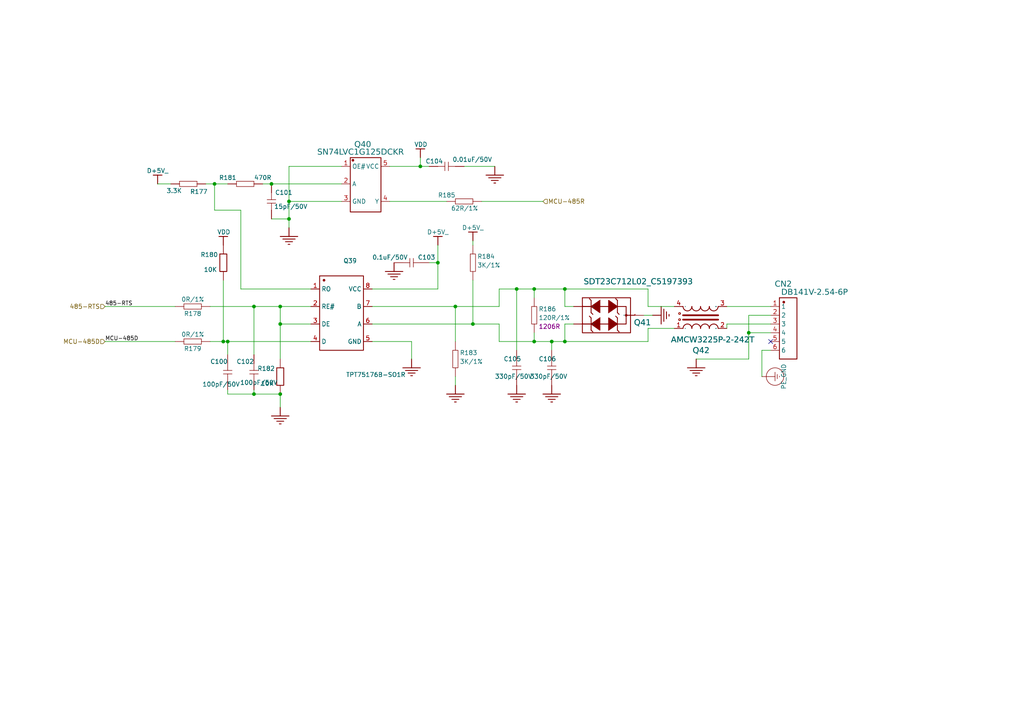
<source format=kicad_sch>
(kicad_sch (version 20250114) (generator "eeschema") (generator_version "9.0")
  (paper "A4")
  (lib_symbols
    (symbol "power:Earth_Protective" (power) (pin_numbers (hide yes)) (pin_names (offset 0) (hide yes))
      (property "Value" "Earth_Protective" (at 0 -7.62 0))
      (symbol "Earth_Protective_0_1"
        (polyline (pts (xy -0.635 -4.445) (xy 0.635 -4.445)))
        (polyline (pts (xy -0.127 -5.08) (xy 0.127 -5.08)))
        (polyline (pts (xy 0 -3.81) (xy 0 0)))
        (circle (center 0 -3.81) (radius 2.54))
        (polyline (pts (xy 1.27 -3.81) (xy -1.27 -3.81)))
      )
      (symbol "Earth_Protective_1_1"
        (pin power_in line (at 0 0 270) (length 0) (name "~") (number "1"))
      )
    )
    (symbol "sheet1-altium-import:AGND" (power)
      (property "Reference" "#PWR" (at 0 0 0))
      (property "Value" "GND" (at 0 6.35 0))
      (symbol "AGND_0_0"
        (polyline (pts (xy -2.54 -2.54) (xy 2.54 -2.54)) (stroke (width 0.254)))
        (polyline (pts (xy -1.778 -3.302) (xy 1.778 -3.302)) (stroke (width 0.254)))
        (polyline (pts (xy -1.016 -4.064) (xy 1.016 -4.064)) (stroke (width 0.254)))
        (polyline (pts (xy -0.254 -4.826) (xy 0.254 -4.826)) (stroke (width 0.254)))
        (polyline (pts (xy 0 0) (xy 0 -2.54)) (stroke (width 0.254)))
        (pin power_in line (at 0 0 0) (length 0) (hide yes) (name "AGND") (number ""))
      )
    )
    (symbol "sheet1-altium-import:AMCW3225P-2-242T"
      (property "Reference" "U4" (at -1.4986 9.7663 0))
      (property "Value" "AMCW3225P-2-242T" (at -1.4986 7.5565 0))
      (symbol "AMCW3225P-2-242T_0_0"
        (circle (center -6.096 0) (radius 0.254) (stroke (width 0.254)) (fill (type background)))
        (circle (center -6.096 -1.778) (radius 0.254) (stroke (width 0.254)) (fill (type background)))
        (polyline (pts (xy -5.08 0) (xy 5.08 0)) (stroke (width 0.508)))
        (polyline (pts (xy -5.08 -1.27) (xy 5.08 -1.27)) (stroke (width 0.508)))
        (arc (start -2.54 2.54) (mid -3.81 1.27) (end -5.08 2.54) (stroke (width 0.254)))
        (arc (start -5.08 -3.81) (mid -3.81 -2.54) (end -2.54 -3.81) (stroke (width 0.254)))
        (arc (start 0 2.54) (mid -1.27 1.27) (end -2.54 2.54) (stroke (width 0.254)))
        (arc (start -2.54 -3.81) (mid -1.27 -2.54) (end 0 -3.81) (stroke (width 0.254)))
        (arc (start 2.54 2.54) (mid 1.27 1.27) (end 0 2.54) (stroke (width 0.254)))
        (arc (start 0 -3.81) (mid 1.27 -2.54) (end 2.54 -3.81) (stroke (width 0.254)))
        (arc (start 5.08 2.54) (mid 3.81 1.27) (end 2.54 2.54) (stroke (width 0.254)))
        (arc (start 2.54 -3.81) (mid 3.81 -2.54) (end 5.08 -3.81) (stroke (width 0.254)))
        (pin passive line (at -7.62 2.54 0) (length 2.54) (name "1") (number "1"))
        (pin passive line (at -7.62 -3.81 0) (length 2.54) (name "4") (number "4"))
        (pin passive line (at 7.62 2.54 180) (length 2.54) (name "2") (number "2"))
        (pin passive line (at 7.62 -3.81 180) (length 2.54) (name "3") (number "3"))
      )
    )
    (symbol "sheet1-altium-import:CAP" (pin_numbers (hide yes)) (pin_names (hide yes))
      (property "Reference" "C27" (at 0 -8.89 90))
      (property "Value" "1uF/16V" (at 0 -1.27 90))
      (symbol "CAP_1_0"
        (polyline (pts (xy 1.27 -2.032) (xy 3.81 -2.032)))
        (polyline (pts (xy 1.27 -3.048) (xy 3.81 -3.048)))
        (polyline (pts (xy 2.54 0) (xy 2.54 -2.032)))
        (polyline (pts (xy 2.54 -3.048) (xy 2.54 -5.08)))
        (pin passive line (at 2.54 2.54 270) (length 2.54) (name "2") (number "2"))
        (pin passive line (at 2.54 -7.62 90) (length 2.54) (name "1") (number "1"))
      )
    )
    (symbol "sheet1-altium-import:CAP_1" (pin_numbers (hide yes)) (pin_names (hide yes))
      (property "Reference" "C33" (at 0 -5.08 0))
      (property "Value" "330pF/50V" (at 0 -2.54 0))
      (symbol "CAP_1_1_0"
        (polyline (pts (xy 1.27 -2.032) (xy 3.81 -2.032)))
        (polyline (pts (xy 1.27 -3.048) (xy 3.81 -3.048)))
        (polyline (pts (xy 2.54 0) (xy 2.54 -2.032)))
        (polyline (pts (xy 2.54 -3.048) (xy 2.54 -5.08)))
        (pin passive line (at 2.54 2.54 270) (length 2.54) (name "2") (number "2"))
        (pin passive line (at 2.54 -7.62 90) (length 2.54) (name "1") (number "1"))
      )
    )
    (symbol "sheet1-altium-import:CAP_2" (pin_numbers (hide yes)) (pin_names (hide yes))
      (property "Reference" "C71" (at 1.27 -5.08 0))
      (property "Value" "0.1uF/50V" (at 1.27 -2.54 0))
      (symbol "CAP_2_1_0"
        (polyline (pts (xy 1.27 -2.032) (xy 3.81 -2.032)))
        (polyline (pts (xy 1.27 -3.048) (xy 3.81 -3.048)))
        (polyline (pts (xy 2.54 0) (xy 2.54 -2.032)))
        (polyline (pts (xy 2.54 -3.048) (xy 2.54 -5.08)))
        (pin passive line (at 2.54 2.54 270) (length 2.54) (name "2") (number "2"))
        (pin passive line (at 2.54 -7.62 90) (length 2.54) (name "1") (number "1"))
      )
    )
    (symbol "sheet1-altium-import:D+5V" (power)
      (property "Reference" "#PWR" (at 0 0 0))
      (property "Value" "D+5V" (at 0 3.81 0))
      (symbol "D+5V_0_0"
        (polyline (pts (xy -1.27 -2.54) (xy 1.27 -2.54)) (stroke (width 0.254)))
        (polyline (pts (xy 0 0) (xy 0 -2.54)) (stroke (width 0.254)))
      )
      (symbol "D+5V_1_0"
        (pin power_in line (at 0 0 0) (length 0) (hide yes) (name "D+5V") (number ""))
      )
    )
    (symbol "sheet1-altium-import:DB141V-2.54-6P"
      (property "Reference" "CN1" (at -3.8862 13.7287 0))
      (property "Value" "DB141V-2.54-6P" (at -3.8862 11.4173 0))
      (symbol "DB141V-2.54-6P_0_0"
        (rectangle (start -2.54 8.89) (end 2.54 -8.89) (stroke (width 0.254)))
        (circle (center -1.27 7.62) (radius 0.254) (stroke (width 0.254)) (fill (type outline)))
        (pin passive line (at -5.08 6.35 0) (length 2.54) (name "1") (number "1"))
        (pin passive line (at -5.08 3.81 0) (length 2.54) (name "2") (number "2"))
        (pin passive line (at -5.08 1.27 0) (length 2.54) (name "3") (number "3"))
        (pin passive line (at -5.08 -1.27 0) (length 2.54) (name "4") (number "4"))
        (pin passive line (at -5.08 -3.81 0) (length 2.54) (name "5") (number "5"))
        (pin passive line (at -5.08 -6.35 0) (length 2.54) (name "6") (number "6"))
      )
    )
    (symbol "sheet1-altium-import:RES_2" (pin_numbers (hide yes)) (pin_names (hide yes))
      (symbol "RES_2_1_0"
        (rectangle (start 0 -1.778) (end 5.08 -3.302))
        (pin passive line (at -2.54 -2.54 0) (length 2.54) (name "1") (number "1"))
        (pin passive line (at 7.62 -2.54 180) (length 2.54) (name "2") (number "2"))
      )
    )
    (symbol "sheet1-altium-import:RES_3" (pin_numbers (hide yes)) (pin_names (hide yes))
      (property "Reference" "R73" (at 5.08 -3.81 90))
      (property "Value" "3K/1%" (at 2.54 -3.81 90))
      (symbol "RES_3_1_0"
        (rectangle (start 0 -1.778) (end 5.08 -3.302))
        (pin passive line (at -2.54 -2.54 0) (length 2.54) (name "1") (number "1"))
        (pin passive line (at 7.62 -2.54 180) (length 2.54) (name "2") (number "2"))
      )
    )
    (symbol "sheet1-altium-import:RES_4" (pin_numbers (hide yes)) (pin_names (hide yes))
      (property "Reference" "R59" (at 5.08 -3.81 90))
      (property "Value" "150K/1%" (at 2.54 -3.81 90))
      (symbol "RES_4_1_0"
        (rectangle (start 0 -1.778) (end 5.08 -3.302))
        (pin passive line (at -2.54 -2.54 0) (length 2.54) (name "1") (number "1"))
        (pin passive line (at 7.62 -2.54 180) (length 2.54) (name "2") (number "2"))
      )
    )
    (symbol "sheet1-altium-import:RES_5" (pin_numbers (hide yes)) (pin_names (hide yes))
      (property "Reference" "R77" (at 0 -1.27 90))
      (property "Value" "120R/1%" (at 2.54 -1.27 90))
      (property "Origin Footprint" "1206R" (at 5.08 -1.27 90))
      (property "PCB Footprint" "1206R" (at 5.08 -1.27 90))
      (symbol "RES_5_1_0"
        (rectangle (start 0 -1.778) (end 5.08 -3.302))
        (pin passive line (at -2.54 -2.54 0) (length 2.54) (name "1") (number "1"))
        (pin passive line (at 7.62 -2.54 180) (length 2.54) (name "2") (number "2"))
      )
    )
    (symbol "sheet1-altium-import:RES_6" (pin_numbers (hide yes)) (pin_names (hide yes))
      (property "Reference" "R222" (at -5.08 0 0))
      (property "Value" "470R" (at 5.08 0 0))
      (symbol "RES_6_1_0"
        (rectangle (start 0 -1.778) (end 5.08 -3.302))
        (pin passive line (at -2.54 -2.54 0) (length 2.54) (name "1") (number "1"))
        (pin passive line (at 7.62 -2.54 180) (length 2.54) (name "2") (number "2"))
      )
    )
    (symbol "sheet1-altium-import:RES_7" (pin_numbers (hide yes)) (pin_names (hide yes))
      (property "Reference" "R224" (at 6.096 1.778 0))
      (property "Value" "0R/1%" (at -0.508 1.778 90))
      (symbol "RES_7_1_0"
        (rectangle (start 0 -1.778) (end 5.08 -3.302))
        (pin passive line (at -2.54 -2.54 0) (length 2.54) (name "1") (number "1"))
        (pin passive line (at 7.62 -2.54 180) (length 2.54) (name "2") (number "2"))
      )
    )
    (symbol "sheet1-altium-import:SDT23C712L02_C5197393"
      (property "Reference" "U7" (at 8.382 2.1463 0))
      (property "Value" "SDT23C712L02_C5197393" (at 8.382 -0.1143 0))
      (symbol "SDT23C712L02_C5197393_0_0"
        (rectangle (start -5.08 7.62) (end 5.08 -6.35) (stroke (width 0.254)))
        (polyline (pts (xy -4.318 3.81) (xy -4.826 3.302)) (stroke (width 0.254)))
        (polyline (pts (xy -4.318 -1.27) (xy -2.54 -3.81) (xy -0.762 -1.27) (xy -4.318 -1.27)) (stroke (width 0.254)) (fill (type outline)))
        (polyline (pts (xy -4.318 -3.81) (xy -4.826 -4.318)) (stroke (width 0.254)))
        (polyline (pts (xy -4.318 -3.81) (xy -0.762 -3.81)) (stroke (width 0.254)))
        (polyline (pts (xy -2.54 3.81) (xy -2.54 6.35) (xy 2.54 6.35) (xy 2.54 3.81)) (stroke (width 0.254)))
        (polyline (pts (xy -2.54 1.27) (xy -2.54 -1.27)) (stroke (width 0.254)))
        (polyline (pts (xy -2.54 -3.81) (xy -2.54 -6.35)) (stroke (width 0.254)))
        (polyline (pts (xy -0.762 3.81) (xy -4.318 3.81)) (stroke (width 0.254)))
        (polyline (pts (xy -0.762 3.81) (xy -0.254 4.318)) (stroke (width 0.254)))
        (polyline (pts (xy -0.762 1.27) (xy -2.54 3.81) (xy -4.318 1.27) (xy -0.762 1.27)) (stroke (width 0.254)) (fill (type outline)))
        (polyline (pts (xy -0.762 -3.81) (xy -0.254 -3.302)) (stroke (width 0.254)))
        (circle (center 0 6.35) (radius 0.254) (stroke (width 0.254)))
        (polyline (pts (xy 0 6.35) (xy 0 8.89)) (stroke (width 0.254)))
        (polyline (pts (xy 0.762 3.81) (xy 0.254 3.302)) (stroke (width 0.254)))
        (polyline (pts (xy 0.762 -1.27) (xy 2.54 -3.81) (xy 4.318 -1.27) (xy 0.762 -1.27)) (stroke (width 0.254)) (fill (type outline)))
        (polyline (pts (xy 0.762 -3.81) (xy 0.254 -4.318)) (stroke (width 0.254)))
        (polyline (pts (xy 0.762 -3.81) (xy 4.318 -3.81)) (stroke (width 0.254)))
        (polyline (pts (xy 2.54 1.27) (xy 2.54 -1.27)) (stroke (width 0.254)))
        (polyline (pts (xy 2.54 -3.81) (xy 2.54 -6.35)) (stroke (width 0.254)))
        (polyline (pts (xy 4.318 3.81) (xy 0.762 3.81)) (stroke (width 0.254)))
        (polyline (pts (xy 4.318 3.81) (xy 4.826 4.318)) (stroke (width 0.254)))
        (polyline (pts (xy 4.318 1.27) (xy 2.54 3.81) (xy 0.762 1.27) (xy 4.318 1.27)) (stroke (width 0.254)) (fill (type outline)))
        (polyline (pts (xy 4.318 -3.81) (xy 4.826 -3.302)) (stroke (width 0.254)))
        (pin passive line (at -2.54 -8.89 90) (length 5.08) (name "1") (number "1"))
        (pin passive line (at 0 11.43 270) (length 5.08) (name "3") (number "3"))
        (pin passive line (at 2.54 -8.89 90) (length 5.08) (name "2") (number "2"))
      )
    )
    (symbol "sheet1-altium-import:SN74LVC1G125DCKR"
      (property "Reference" "U79" (at -1.3716 12.3063 0))
      (property "Value" "SN74LVC1G125DCKR" (at -1.3716 10.0965 0))
      (symbol "SN74LVC1G125DCKR_0_0"
        (rectangle (start -2.54 7.62) (end 6.35 -8.128) (stroke (width 0.254)))
        (circle (center -1.778 6.858) (radius 0.254) (stroke (width 0.254)) (fill (type outline)))
        (pin passive line (at -5.08 5.08 0) (length 2.54) (name "OE#") (number "1"))
        (pin power_in line (at -5.08 -5.08 0) (length 2.54) (name "GND") (number "3"))
        (pin power_in line (at 8.89 5.08 180) (length 2.54) (name "VCC") (number "5"))
        (pin output line (at 8.89 -5.08 180) (length 2.54) (name "Y") (number "4"))
      )
      (symbol "SN74LVC1G125DCKR_1_0"
        (pin input line (at -5.08 0 0) (length 2.54) (name "A") (number "2"))
      )
    )
    (symbol "sheet1-altium-import:TPT75176B-SO1R"
      (property "Reference" "U18" (at -2.8194 12.3825 0))
      (property "Value" "TPT75176B-SO1R" (at -2.8194 10.2235 0))
      (symbol "TPT75176B-SO1R_0_0"
        (rectangle (start -7.62 7.62) (end 5.08 -13.97) (stroke (width 0.254)))
        (circle (center -6.35 6.35) (radius 0.254) (stroke (width 0.254)) (fill (type outline)))
        (pin passive line (at -10.16 3.81 0) (length 2.54) (name "RO") (number "1"))
        (pin passive line (at -10.16 -1.27 0) (length 2.54) (name "RE#") (number "2"))
        (pin passive line (at -10.16 -6.35 0) (length 2.54) (name "DE") (number "3"))
        (pin passive line (at -10.16 -11.43 0) (length 2.54) (name "D") (number "4"))
        (pin passive line (at 7.62 3.81 180) (length 2.54) (name "VCC") (number "8"))
        (pin passive line (at 7.62 -1.27 180) (length 2.54) (name "B") (number "7"))
        (pin passive line (at 7.62 -6.35 180) (length 2.54) (name "A") (number "6"))
        (pin power_in line (at 7.62 -11.43 180) (length 2.54) (name "GND") (number "5"))
      )
    )
    (symbol "sheet1-altium-import:VDD" (power)
      (property "Reference" "#PWR" (at 0 0 0))
      (property "Value" "VDD" (at 0 3.81 0))
      (symbol "VDD_0_0"
        (polyline (pts (xy -1.27 -2.54) (xy 1.27 -2.54)) (stroke (width 0.254)))
        (polyline (pts (xy 0 0) (xy 0 -2.54)) (stroke (width 0.254)))
        (pin power_in line (at 0 0 0) (length 0) (hide yes) (name "VDD") (number ""))
      )
    )
    (symbol "sheet1-altium-import:root_2_Res2"
      (symbol "root_2_Res2_1_0"
        (rectangle (start 0 3.556) (end -5.08 1.524) (stroke (width 0.254)))
        (pin passive line (at -7.62 2.54 0) (length 2.54) (name "2") (number "2"))
        (pin passive line (at 2.54 2.54 180) (length 2.54) (name "1") (number "1"))
      )
    )
  )
  (junction (at 81.28 88.9))
  (junction (at 81.28 114.3))
  (junction (at 160.02 99.06))
  (junction (at 83.82 63.5))
  (junction (at 132.08 88.9))
  (junction (at 163.83 83.82))
  (junction (at 66.04 99.06))
  (junction (at 73.66 114.3))
  (junction (at 121.92 48.26))
  (junction (at 62.23 53.34))
  (junction (at 137.16 93.98))
  (junction (at 73.66 88.9))
  (junction (at 83.82 58.42))
  (junction (at 217.17 96.52))
  (junction (at 154.94 83.82))
  (junction (at 81.28 93.98))
  (junction (at 154.94 99.06))
  (junction (at 149.86 83.82))
  (junction (at 163.83 99.06))
  (junction (at 78.74 53.34))
  (junction (at 64.77 99.06))
  (junction (at 127 76.2))
  (no_connect (at 223.52 99.06))
  (wire (pts (xy 83.82 48.26) (xy 83.82 58.42)))
  (wire (pts (xy 81.28 104.14) (xy 81.28 93.98)))
  (wire (pts (xy 62.23 53.34) (xy 62.23 60.96)))
  (wire (pts (xy 73.66 102.87) (xy 73.66 88.9)))
  (wire (pts (xy 121.92 45.72) (xy 121.92 48.26)))
  (wire (pts (xy 187.96 83.82) (xy 163.83 83.82)))
  (wire (pts (xy 217.17 96.52) (xy 217.17 104.14)))
  (wire (pts (xy 154.94 83.82) (xy 149.86 83.82)))
  (wire (pts (xy 119.38 99.06) (xy 107.95 99.06)))
  (wire (pts (xy 154.94 99.06) (xy 160.02 99.06)))
  (wire (pts (xy 144.78 83.82) (xy 149.86 83.82)))
  (wire (pts (xy 99.06 58.42) (xy 83.82 58.42)))
  (wire (pts (xy 124.46 48.26) (xy 121.92 48.26)))
  (wire (pts (xy 81.28 93.98) (xy 81.28 88.9)))
  (wire (pts (xy 144.78 93.98) (xy 137.16 93.98)))
  (wire (pts (xy 30.48 99.06) (xy 50.8 99.06)))
  (wire (pts (xy 64.77 81.28) (xy 64.77 99.06)))
  (wire (pts (xy 59.69 53.34) (xy 62.23 53.34)))
  (wire (pts (xy 217.17 96.52) (xy 223.52 96.52)))
  (wire (pts (xy 66.04 102.87) (xy 66.04 99.06)))
  (wire (pts (xy 64.77 99.06) (xy 60.96 99.06)))
  (wire (pts (xy 163.83 93.98) (xy 163.83 99.06)))
  (wire (pts (xy 166.37 88.9) (xy 163.83 88.9)))
  (wire (pts (xy 66.04 99.06) (xy 90.17 99.06)))
  (wire (pts (xy 73.66 88.9) (xy 60.96 88.9)))
  (wire (pts (xy 160.02 101.6) (xy 160.02 99.06)))
  (wire (pts (xy 195.58 88.9) (xy 187.96 88.9)))
  (wire (pts (xy 154.94 99.06) (xy 144.78 99.06)))
  (wire (pts (xy 187.96 95.25) (xy 195.58 95.25)))
  (wire (pts (xy 187.96 99.06) (xy 187.96 95.25)))
  (wire (pts (xy 223.52 101.6) (xy 220.98 101.6)))
  (wire (pts (xy 223.52 91.44) (xy 217.17 91.44)))
  (wire (pts (xy 49.53 53.34) (xy 45.72 53.34)))
  (wire (pts (xy 83.82 66.04) (xy 83.82 63.5)))
  (wire (pts (xy 66.04 53.34) (xy 62.23 53.34)))
  (wire (pts (xy 66.04 114.3) (xy 66.04 113.03)))
  (wire (pts (xy 99.06 48.26) (xy 83.82 48.26)))
  (wire (pts (xy 124.46 76.2) (xy 127 76.2)))
  (wire (pts (xy 83.82 58.42) (xy 83.82 63.5)))
  (wire (pts (xy 30.48 88.9) (xy 50.8 88.9)))
  (wire (pts (xy 154.94 83.82) (xy 154.94 86.36)))
  (wire (pts (xy 62.23 60.96) (xy 69.85 60.96)))
  (wire (pts (xy 210.82 88.9) (xy 223.52 88.9)))
  (wire (pts (xy 154.94 96.52) (xy 154.94 99.06)))
  (wire (pts (xy 144.78 88.9) (xy 144.78 83.82)))
  (wire (pts (xy 139.7 58.42) (xy 157.48 58.42)))
  (wire (pts (xy 160.02 99.06) (xy 163.83 99.06)))
  (wire (pts (xy 163.83 88.9) (xy 163.83 83.82)))
  (wire (pts (xy 66.04 114.3) (xy 73.66 114.3)))
  (wire (pts (xy 127 76.2) (xy 127 71.12)))
  (wire (pts (xy 217.17 91.44) (xy 217.17 96.52)))
  (wire (pts (xy 83.82 63.5) (xy 78.74 63.5)))
  (wire (pts (xy 66.04 99.06) (xy 64.77 99.06)))
  (wire (pts (xy 81.28 118.11) (xy 81.28 114.3)))
  (wire (pts (xy 217.17 104.14) (xy 201.93 104.14)))
  (wire (pts (xy 137.16 69.85) (xy 137.16 71.12)))
  (wire (pts (xy 78.74 53.34) (xy 76.2 53.34)))
  (wire (pts (xy 143.51 48.26) (xy 134.62 48.26)))
  (wire (pts (xy 121.92 48.26) (xy 113.03 48.26)))
  (wire (pts (xy 127 76.2) (xy 127 83.82)))
  (wire (pts (xy 69.85 83.82) (xy 90.17 83.82)))
  (wire (pts (xy 73.66 114.3) (xy 81.28 114.3)))
  (wire (pts (xy 144.78 99.06) (xy 144.78 93.98)))
  (wire (pts (xy 132.08 111.76) (xy 132.08 109.22)))
  (wire (pts (xy 163.83 83.82) (xy 154.94 83.82)))
  (wire (pts (xy 132.08 88.9) (xy 144.78 88.9)))
  (wire (pts (xy 90.17 93.98) (xy 81.28 93.98)))
  (wire (pts (xy 189.23 91.44) (xy 186.69 91.44)))
  (wire (pts (xy 127 83.82) (xy 107.95 83.82)))
  (wire (pts (xy 113.03 58.42) (xy 129.54 58.42)))
  (wire (pts (xy 166.37 93.98) (xy 163.83 93.98)))
  (wire (pts (xy 81.28 88.9) (xy 73.66 88.9)))
  (wire (pts (xy 137.16 93.98) (xy 137.16 81.28)))
  (wire (pts (xy 107.95 93.98) (xy 137.16 93.98)))
  (wire (pts (xy 99.06 53.34) (xy 78.74 53.34)))
  (wire (pts (xy 119.38 104.14) (xy 119.38 99.06)))
  (wire (pts (xy 220.98 101.6) (xy 220.98 109.22)))
  (wire (pts (xy 187.96 88.9) (xy 187.96 83.82)))
  (wire (pts (xy 73.66 113.03) (xy 73.66 114.3)))
  (wire (pts (xy 210.82 93.98) (xy 223.52 93.98)))
  (wire (pts (xy 149.86 83.82) (xy 149.86 101.6)))
  (wire (pts (xy 163.83 99.06) (xy 187.96 99.06)))
  (wire (pts (xy 132.08 88.9) (xy 107.95 88.9)))
  (wire (pts (xy 132.08 99.06) (xy 132.08 88.9)))
  (wire (pts (xy 210.82 93.98) (xy 210.82 95.25)))
  (wire (pts (xy 69.85 60.96) (xy 69.85 83.82)))
  (wire (pts (xy 81.28 88.9) (xy 90.17 88.9)))
  (label "485-RTS" (at 30.48 88.9 0) (effects (font (size 1.143 1.143))))
  (label "MCU-485D" (at 30.48 99.06 0) (effects (font (size 1.143 1.143))))
  (hierarchical_label "MCU-485D" (shape input) (at 30.48 99.06 180))
  (hierarchical_label "485-RTS" (shape input) (at 30.48 88.9 180))
  (hierarchical_label "MCU-485R" (shape input) (at 157.48 58.42 0))
  (symbol (lib_id "sheet1-altium-import:AGND") (at 119.38 104.14 0) (unit 1)
    (property "Reference" "#PWR0159" (effects (hide yes)))
    (property "Value" "AGND" (effects (hide yes)))
    (property "Description" "电源符号创建名为 'AGND' 的全局标签" (effects (hide yes)))
    (instances (project "sheet1" (path "" (reference "#PWR0175") (unit 1)) (path "" (reference "#PWR0159") (unit 1))))
  )
  (symbol (lib_id "sheet1-altium-import:RES_7") (at 58.42 91.44 180) (unit 1)
    (property "Reference" "R168" (at 53.34 91.694 0) (effects (justify right top)))
    (property "Value" "0R/1%" (at 52.578 86.106 0) (effects (justify right bottom)))
    (property "Footprint" "Resistor_SMD:R_0603_1608Metric" (effects (hide yes)))
    (property "Automotive" "AEC-Q200" (effects (hide yes)))
    (property "Datasheet Link" "\\\\10.192.7.10\\Dianqu-CIS\\DATASHEET-New\\电阻\\YAGEO_AC_规格书.pdf" (effects (hide yes)))
    (property "EBOM Description" "电阻-0R-±1%-1/10W-(-55~155℃)-车规-0603" (effects (hide yes)))
    (property "Height" "0.55" (effects (hide yes)))
    (property "ID" "245" (effects (hide yes)))
    (property "Implementation Type" "<none>" (effects (hide yes)))
    (property "New Part Number" "3.2.03.01.00250" (effects (hide yes)))
    (property "Origin Footprint" "0603R" (effects (hide yes)))
    (property "PCB Footprint" "0603R" (effects (hide yes)))
    (property "Part State" "已认定" (effects (hide yes)))
    (property "Part Type" "普通电阻" (effects (hide yes)))
    (property "Power Pins Visible" "False" (effects (hide yes)))
    (property "Primitive" "DEFAULT" (effects (hide yes)))
    (property "Source Package" "RES" (effects (hide yes)))
    (property "priority" "H" (effects (hide yes)))
    (property "purpose" "通用" (effects (hide yes)))
    (property "制造商名称" "MC000003_国巨（YAGEO）" (effects (hide yes)))
    (instances (project "sheet1" (path "" (reference "R178") (unit 1)) (path "" (reference "R168") (unit 1))))
  )
  (symbol (lib_id "sheet1-altium-import:AGND") (at 149.86 111.76 0) (unit 1)
    (property "Reference" "#PWR0165" (effects (hide yes)))
    (property "Value" "AGND" (effects (hide yes)))
    (property "Description" "电源符号创建名为 'AGND' 的全局标签" (effects (hide yes)))
    (instances (project "sheet1" (path "" (reference "#PWR0181") (unit 1)) (path "" (reference "#PWR0165") (unit 1))))
  )
  (symbol (lib_id "sheet1-altium-import:RES_3") (at 129.54 106.68 90) (unit 1)
    (property "Reference" "R173" (at 133.35 101.6 90) (effects (justify right bottom)))
    (property "Value" "3K/1%" (at 133.35 104.14 90) (effects (justify right bottom)))
    (property "Footprint" "Resistor_SMD:R_0603_1608Metric" (effects (hide yes)))
    (property "Automotive" "AEC-Q200" (effects (hide yes)))
    (property "Datasheet Link" "\\\\10.192.7.10\\Dianqu-CIS\\DATASHEET-New\\电阻\\YAGEO_AC_规格书.pdf" (effects (hide yes)))
    (property "EBOM Description" "电阻-3K-±1%-1/10W-(-55~155℃)-车规-0603" (effects (hide yes)))
    (property "Height" "0.55" (effects (hide yes)))
    (property "ID" "465" (effects (hide yes)))
    (property "Implementation Type" "<none>" (effects (hide yes)))
    (property "New Part Number" "3.2.03.01.00477" (effects (hide yes)))
    (property "Origin Footprint" "0603R" (effects (hide yes)))
    (property "PCB Footprint" "0603R" (effects (hide yes)))
    (property "Part State" "未认定" (effects (hide yes)))
    (property "Part Type" "普通电阻" (effects (hide yes)))
    (property "Power Pins Visible" "False" (effects (hide yes)))
    (property "Primitive" "DEFAULT" (effects (hide yes)))
    (property "Source Package" "RES" (effects (hide yes)))
    (property "priority" "H" (effects (hide yes)))
    (property "purpose" "通用" (effects (hide yes)))
    (property "制造商名称" "MC000003_国巨（YAGEO）" (effects (hide yes)))
    (instances (project "sheet1" (path "" (reference "R183") (unit 1)) (path "" (reference "R173") (unit 1))))
  )
  (symbol (lib_id "sheet1-altium-import:root_2_Res2") (at 83.82 106.68 90) (unit 1)
    (property "Reference" "R172" (at 79.756 106.172 90) (effects (justify left bottom)))
    (property "Value" "10K" (at 79.502 110.49 90) (effects (justify left bottom)))
    (property "Footprint" "Resistor_SMD:R_0805_2012Metric" (effects (hide yes)))
    (property "Description" "Resistor" (effects (hide yes)))
    (property "PUBLISHED" "8-Jun-2000" (effects (hide yes)))
    (property "LATESTREVISIONDATE" "17-Jul-2002" (effects (hide yes)))
    (property "LATESTREVISIONNOTE" "Re-released for DXP Platform." (effects (hide yes)))
    (property "PACKAGEREFERENCE" "AXIAL-0.4" (effects (hide yes)))
    (property "PUBLISHER" "Altium Limited" (effects (hide yes)))
    (property "ALTIUM_VALUE" "10K" (effects (hide yes)))
    (property "CLASSNAME" "HelloDSP" (effects (hide yes)))
    (instances (project "sheet1" (path "" (reference "R182") (unit 1)) (path "" (reference "R172") (unit 1))))
  )
  (symbol (lib_id "sheet1-altium-import:RES_3") (at 134.62 78.74 90) (unit 1)
    (property "Reference" "R174" (at 138.43 73.66 90) (effects (justify right bottom)))
    (property "Value" "3K/1%" (at 138.43 76.2 90) (effects (justify right bottom)))
    (property "Footprint" "Resistor_SMD:R_0603_1608Metric" (effects (hide yes)))
    (property "Automotive" "AEC-Q200" (effects (hide yes)))
    (property "Datasheet Link" "\\\\10.192.7.10\\Dianqu-CIS\\DATASHEET-New\\电阻\\YAGEO_AC_规格书.pdf" (effects (hide yes)))
    (property "EBOM Description" "电阻-3K-±1%-1/10W-(-55~155℃)-车规-0603" (effects (hide yes)))
    (property "Height" "0.55" (effects (hide yes)))
    (property "ID" "465" (effects (hide yes)))
    (property "Implementation Type" "<none>" (effects (hide yes)))
    (property "New Part Number" "3.2.03.01.00477" (effects (hide yes)))
    (property "Origin Footprint" "0603R" (effects (hide yes)))
    (property "PCB Footprint" "0603R" (effects (hide yes)))
    (property "Part State" "未认定" (effects (hide yes)))
    (property "Part Type" "普通电阻" (effects (hide yes)))
    (property "Power Pins Visible" "False" (effects (hide yes)))
    (property "Primitive" "DEFAULT" (effects (hide yes)))
    (property "Source Package" "RES" (effects (hide yes)))
    (property "priority" "H" (effects (hide yes)))
    (property "purpose" "通用" (effects (hide yes)))
    (property "制造商名称" "MC000003_国巨（YAGEO）" (effects (hide yes)))
    (instances (project "sheet1" (path "" (reference "R184") (unit 1)) (path "" (reference "R174") (unit 1))))
  )
  (symbol (lib_id "sheet1-altium-import:CAP_1") (at 68.58 110.49 180) (unit 1)
    (property "Reference" "C93" (at 60.96 104.14 0) (effects (justify right bottom)))
    (property "Value" "100pF/50V" (at 58.674 110.744 0) (effects (justify right bottom)))
    (property "Footprint" "Capacitor_SMD:C_0603_1608Metric" (effects (hide yes)))
    (property "Implementation Type" "<none>" (effects (hide yes)))
    (property "New Part Number" "3.2.04.05.00143" (effects (hide yes)))
    (property "Origin Footprint" "0603C" (effects (hide yes)))
    (property "PCB Footprint" "0603C" (effects (hide yes)))
    (property "Power Pins Visible" "False" (effects (hide yes)))
    (property "Primitive" "DEFAULT" (effects (hide yes)))
    (property "Source Package" "CAP" (effects (hide yes)))
    (property "Automotive" "AEC-Q200" (effects (hide yes)))
    (property "Datasheet Link" "\\\\10.192.7.10\\Dianqu-CIS\\DATASHEET-New\\电容\\KEMET_MLCC_规格书.PDF" (effects (hide yes)))
    (property "EBOM Description" "瓷片电容-330pF-±10%-50V-X7R-(-55~125℃)-车规-0603" (effects (hide yes)))
    (property "Height" "0.87" (effects (hide yes)))
    (property "ID" "146" (effects (hide yes)))
    (property "Part State" "已认定" (effects (hide yes)))
    (property "Part Type" "瓷片电容" (effects (hide yes)))
    (property "priority" "L" (effects (hide yes)))
    (property "purpose" "通用" (effects (hide yes)))
    (property "制造商名称" "MC000042_基美（KEMET）" (effects (hide yes)))
    (instances (project "sheet1" (path "" (reference "C100") (unit 1)) (path "" (reference "C93") (unit 1))))
  )
  (symbol (lib_id "power:Earth_Protective") (at 220.98 109.22 90) (unit 1)
    (property "Reference" "#PWR0169" (effects (hide yes)))
    (property "Value" "PE_GND" (at 227.33 109.22 0))
    (property "Description" "Power symbol creates a global label with name \"Earth_Protective\"" (effects (hide yes)))
    (instances (project "sheet1" (path "" (reference "#PWR0185") (unit 1)) (path "" (reference "#PWR0169") (unit 1))))
  )
  (symbol (lib_id "sheet1-altium-import:root_2_Res2") (at 67.31 73.66 90) (unit 1)
    (property "Reference" "R170" (at 63.246 73.152 90) (effects (justify left bottom)))
    (property "Value" "10K" (at 62.992 77.47 90) (effects (justify left bottom)))
    (property "Footprint" "Resistor_SMD:R_0805_2012Metric" (effects (hide yes)))
    (property "Description" "Resistor" (effects (hide yes)))
    (property "PUBLISHED" "8-Jun-2000" (effects (hide yes)))
    (property "LATESTREVISIONDATE" "17-Jul-2002" (effects (hide yes)))
    (property "LATESTREVISIONNOTE" "Re-released for DXP Platform." (effects (hide yes)))
    (property "PACKAGEREFERENCE" "AXIAL-0.4" (effects (hide yes)))
    (property "PUBLISHER" "Altium Limited" (effects (hide yes)))
    (property "ALTIUM_VALUE" "10K" (effects (hide yes)))
    (property "CLASSNAME" "HelloDSP" (effects (hide yes)))
    (instances (project "sheet1" (path "" (reference "R180") (unit 1)) (path "" (reference "R170") (unit 1))))
  )
  (symbol (lib_id "sheet1-altium-import:AGND") (at 132.08 111.76 0) (unit 1)
    (property "Reference" "#PWR0162" (effects (hide yes)))
    (property "Value" "AGND" (effects (hide yes)))
    (property "Description" "电源符号创建名为 'AGND' 的全局标签" (effects (hide yes)))
    (instances (project "sheet1" (path "" (reference "#PWR0178") (unit 1)) (path "" (reference "#PWR0162") (unit 1))))
  )
  (symbol (lib_id "sheet1-altium-import:SN74LVC1G125DCKR") (at 104.14 53.34 0) (unit 1)
    (property "Reference" "Q36" (at 102.7684 41.0337 0) (effects (font (size 1.6891 1.6891)) (justify left top)))
    (property "Value" "SN74LVC1G125DCKR" (at 91.44 43.18 0) (effects (font (size 1.6891 1.6891)) (justify left top)))
    (property "Footprint" "Lib2ic:SOT-353_L2.2-W1.4-P0.65-LS2.4-BR" (effects (hide yes)))
    (property "Manufacturer Part" "SN74LVC1G125DCKR" (effects (hide yes)))
    (property "Manufacturer" "TI(德州仪器)" (effects (hide yes)))
    (property "Supplier Part" "C7833" (effects (hide yes)))
    (property "Supplier" "LCSC" (effects (hide yes)))
    (instances (project "sheet1" (path "" (reference "Q40") (unit 1)) (path "" (reference "Q36") (unit 1))))
  )
  (symbol (lib_id "sheet1-altium-import:AMCW3225P-2-242T") (at 203.2 92.71 0) (mirror x) (unit 0)
    (property "Reference" "Q38" (at 200.914 102.616 0) (effects (font (size 1.6891 1.6891)) (justify left top)))
    (property "Value" "AMCW3225P-2-242T" (at 193.04 99.568 0) (effects (font (size 1.6891 1.6891)) (justify left top)))
    (property "Footprint" "Lib_sheet_10:FILTER-SMD_4P-L3.2-W2.5-BL_WCM3225XXXX" (effects (hide yes)))
    (property "Manufacturer Part" "AMCW3225P-2-242T" (effects (hide yes)))
    (property "Manufacturer" "Sunlord(顺络)" (effects (hide yes)))
    (property "Supplier Part" "C2992328" (effects (hide yes)))
    (property "Supplier" "LCSC" (effects (hide yes)))
    (instances (project "sheet1" (path "" (reference "Q42") (unit 0)) (path "" (reference "Q38") (unit 0))))
  )
  (symbol (lib_id "sheet1-altium-import:CAP_1") (at 152.4 109.22 180) (unit 1)
    (property "Reference" "C98" (at 146.05 103.378 0) (effects (justify right bottom)))
    (property "Value" "330pF/50V" (at 143.51 108.458 0) (effects (justify right bottom)))
    (property "Footprint" "Capacitor_SMD:C_0603_1608Metric" (effects (hide yes)))
    (property "Automotive" "AEC-Q200" (effects (hide yes)))
    (property "Datasheet Link" "\\\\10.192.7.10\\Dianqu-CIS\\DATASHEET-New\\电容\\KEMET_MLCC_规格书.PDF" (effects (hide yes)))
    (property "EBOM Description" "瓷片电容-330pF-±10%-50V-X7R-(-55~125℃)-车规-0603" (effects (hide yes)))
    (property "Height" "0.87" (effects (hide yes)))
    (property "ID" "146" (effects (hide yes)))
    (property "Implementation Type" "<none>" (effects (hide yes)))
    (property "New Part Number" "3.2.04.05.00143" (effects (hide yes)))
    (property "Origin Footprint" "0603C" (effects (hide yes)))
    (property "PCB Footprint" "0603C" (effects (hide yes)))
    (property "Part State" "已认定" (effects (hide yes)))
    (property "Part Type" "瓷片电容" (effects (hide yes)))
    (property "Power Pins Visible" "False" (effects (hide yes)))
    (property "Primitive" "DEFAULT" (effects (hide yes)))
    (property "Source Package" "CAP" (effects (hide yes)))
    (property "priority" "L" (effects (hide yes)))
    (property "purpose" "通用" (effects (hide yes)))
    (property "制造商名称" "MC000042_基美（KEMET）" (effects (hide yes)))
    (instances (project "sheet1" (path "" (reference "C105") (unit 1)) (path "" (reference "C98") (unit 1))))
  )
  (symbol (lib_id "sheet1-altium-import:D+5V") (at 137.16 69.85 180) (unit 1)
    (property "Reference" "#PWR0163" (effects (hide yes)))
    (property "Value" "D+5V_" (at 137.16 66.04 0))
    (property "Description" "电源符号创建名为 'D+5V' 的全局标签" (effects (hide yes)))
    (instances (project "sheet1" (path "" (reference "#PWR0179") (unit 1)) (path "" (reference "#PWR0163") (unit 1))))
  )
  (symbol (lib_id "sheet1-altium-import:AGND") (at 83.82 66.04 0) (unit 1)
    (property "Reference" "#PWR0157" (effects (hide yes)))
    (property "Value" "AGND" (effects (hide yes)))
    (property "Description" "电源符号创建名为 'AGND' 的全局标签" (effects (hide yes)))
    (instances (project "sheet1" (path "" (reference "#PWR0173") (unit 1)) (path "" (reference "#PWR0157") (unit 1))))
  )
  (symbol (lib_id "sheet1-altium-import:AGND") (at 114.3 76.2 0) (unit 1)
    (property "Reference" "#PWR0158" (effects (hide yes)))
    (property "Value" "AGND" (effects (hide yes)))
    (property "Description" "电源符号创建名为 'AGND' 的全局标签" (effects (hide yes)))
    (instances (project "sheet1" (path "" (reference "#PWR0174") (unit 1)) (path "" (reference "#PWR0158") (unit 1))))
  )
  (symbol (lib_id "sheet1-altium-import:VDD") (at 64.77 71.12 180) (unit 1)
    (property "Reference" "#PWR0155" (effects (hide yes)))
    (property "Value" "VDD" (at 62.992 67.31 0) (effects (justify right)))
    (property "Description" "电源符号创建名为 'VDD' 的全局标签" (effects (hide yes)))
    (instances (project "sheet1" (path "" (reference "#PWR0171") (unit 1)) (path "" (reference "#PWR0155") (unit 1))))
  )
  (symbol (lib_id "sheet1-altium-import:CAP_1") (at 162.56 109.22 180) (unit 1)
    (property "Reference" "C99" (at 156.21 103.378 0) (effects (justify right bottom)))
    (property "Value" "330pF/50V" (at 153.67 108.458 0) (effects (justify right bottom)))
    (property "Footprint" "Capacitor_SMD:C_0603_1608Metric" (effects (hide yes)))
    (property "Automotive" "AEC-Q200" (effects (hide yes)))
    (property "Datasheet Link" "\\\\10.192.7.10\\Dianqu-CIS\\DATASHEET-New\\电容\\KEMET_MLCC_规格书.PDF" (effects (hide yes)))
    (property "EBOM Description" "瓷片电容-330pF-±10%-50V-X7R-(-55~125℃)-车规-0603" (effects (hide yes)))
    (property "Height" "0.87" (effects (hide yes)))
    (property "ID" "146" (effects (hide yes)))
    (property "Implementation Type" "<none>" (effects (hide yes)))
    (property "New Part Number" "3.2.04.05.00143" (effects (hide yes)))
    (property "Origin Footprint" "0603C" (effects (hide yes)))
    (property "PCB Footprint" "0603C" (effects (hide yes)))
    (property "Part State" "已认定" (effects (hide yes)))
    (property "Part Type" "瓷片电容" (effects (hide yes)))
    (property "Power Pins Visible" "False" (effects (hide yes)))
    (property "Primitive" "DEFAULT" (effects (hide yes)))
    (property "Source Package" "CAP" (effects (hide yes)))
    (property "priority" "L" (effects (hide yes)))
    (property "purpose" "通用" (effects (hide yes)))
    (property "制造商名称" "MC000042_基美（KEMET）" (effects (hide yes)))
    (instances (project "sheet1" (path "" (reference "C106") (unit 1)) (path "" (reference "C99") (unit 1))))
  )
  (symbol (lib_id "sheet1-altium-import:CAP_1") (at 76.2 110.49 180) (unit 1)
    (property "Reference" "C95" (at 68.58 104.14 0) (effects (justify right bottom)))
    (property "Value" "100pF/50V" (at 69.596 110.236 0) (effects (justify right bottom)))
    (property "Footprint" "Capacitor_SMD:C_0603_1608Metric" (effects (hide yes)))
    (property "Implementation Type" "<none>" (effects (hide yes)))
    (property "New Part Number" "3.2.04.05.00143" (effects (hide yes)))
    (property "Origin Footprint" "0603C" (effects (hide yes)))
    (property "PCB Footprint" "0603C" (effects (hide yes)))
    (property "Power Pins Visible" "False" (effects (hide yes)))
    (property "Primitive" "DEFAULT" (effects (hide yes)))
    (property "Source Package" "CAP" (effects (hide yes)))
    (property "Automotive" "AEC-Q200" (effects (hide yes)))
    (property "Datasheet Link" "\\\\10.192.7.10\\Dianqu-CIS\\DATASHEET-New\\电容\\KEMET_MLCC_规格书.PDF" (effects (hide yes)))
    (property "EBOM Description" "瓷片电容-330pF-±10%-50V-X7R-(-55~125℃)-车规-0603" (effects (hide yes)))
    (property "Height" "0.87" (effects (hide yes)))
    (property "ID" "146" (effects (hide yes)))
    (property "Part State" "已认定" (effects (hide yes)))
    (property "Part Type" "瓷片电容" (effects (hide yes)))
    (property "priority" "L" (effects (hide yes)))
    (property "purpose" "通用" (effects (hide yes)))
    (property "制造商名称" "MC000042_基美（KEMET）" (effects (hide yes)))
    (instances (project "sheet1" (path "" (reference "C102") (unit 1)) (path "" (reference "C95") (unit 1))))
  )
  (symbol (lib_id "sheet1-altium-import:DB141V-2.54-6P") (at 228.6 95.25 0) (unit 1)
    (property "Reference" "CN1" (at 224.7138 81.5213 0) (effects (font (size 1.6891 1.6891)) (justify left top)))
    (property "Value" "DB141V-2.54-6P" (at 224.7138 83.8327 0) (effects (font (size 1.6891 1.6891)) (justify left top)))
    (property "Footprint" "Lib_sheet_10:CONN-TH_6P-P2.54_DIBO_DB141V-2.54-6P" (effects (hide yes)))
    (property "Manufacturer Part" "DB141V-2.54-6P-GN" (effects (hide yes)))
    (property "Manufacturer" "DORABO(地博电气)" (effects (hide yes)))
    (property "Supplier Part" "C2898748" (effects (hide yes)))
    (property "Supplier" "LCSC" (effects (hide yes)))
    (instances (project "sheet1" (path "" (reference "CN2") (unit 1)) (path "" (reference "CN1") (unit 1))))
  )
  (symbol (lib_id "sheet1-altium-import:CAP") (at 76.2 55.88 0) (unit 1)
    (property "Reference" "C94" (at 79.756 55.118 0) (effects (justify left top)))
    (property "Value" "15pF/50V" (at 79.502 59.182 0) (effects (justify left top)))
    (property "Footprint" "Capacitor_SMD:C_0603_1608Metric" (effects (hide yes)))
    (property "Automotive" "AEC-Q200" (effects (hide yes)))
    (property "Datasheet Link" "\\\\10.30.16.21\\D-UserFiles\\Cadence-share\\CIS_LP\\DATASHEET-New\\电容\\TDK_MLCC_规格书.pdf" (effects (hide yes)))
    (property "EBOM Description" "瓷片电容-1uF-±10%-16V-X7R-(-55~125℃)-车规-0603" (effects (hide yes)))
    (property "Height" "0.9" (effects (hide yes)))
    (property "ID" "40" (effects (hide yes)))
    (property "Implementation Type" "<none>" (effects (hide yes)))
    (property "New Part Number" "3.2.04.05.00164" (effects (hide yes)))
    (property "Origin Footprint" "0603C" (effects (hide yes)))
    (property "PCB Footprint" "0603C" (effects (hide yes)))
    (property "Part State" "已认定" (effects (hide yes)))
    (property "Part Type" "瓷片电容" (effects (hide yes)))
    (property "Power Pins Visible" "False" (effects (hide yes)))
    (property "Primitive" "DEFAULT" (effects (hide yes)))
    (property "Source Package" "CAP" (effects (hide yes)))
    (property "priority" "L" (effects (hide yes)))
    (property "purpose" "通用" (effects (hide yes)))
    (property "制造商名称" "MC000032_东电化（TDK）" (effects (hide yes)))
    (instances (project "sheet1" (path "" (reference "C101") (unit 1)) (path "" (reference "C94") (unit 1))))
  )
  (symbol (lib_id "sheet1-altium-import:RES_7") (at 58.42 101.6 180) (unit 1)
    (property "Reference" "R169" (at 53.34 101.854 0) (effects (justify right top)))
    (property "Value" "0R/1%" (at 52.578 96.266 0) (effects (justify right bottom)))
    (property "Footprint" "Resistor_SMD:R_0603_1608Metric" (effects (hide yes)))
    (property "Automotive" "AEC-Q200" (effects (hide yes)))
    (property "Datasheet Link" "\\\\10.192.7.10\\Dianqu-CIS\\DATASHEET-New\\电阻\\YAGEO_AC_规格书.pdf" (effects (hide yes)))
    (property "EBOM Description" "电阻-0R-±1%-1/10W-(-55~155℃)-车规-0603" (effects (hide yes)))
    (property "Height" "0.55" (effects (hide yes)))
    (property "ID" "245" (effects (hide yes)))
    (property "Implementation Type" "<none>" (effects (hide yes)))
    (property "New Part Number" "3.2.03.01.00250" (effects (hide yes)))
    (property "Origin Footprint" "0603R" (effects (hide yes)))
    (property "PCB Footprint" "0603R" (effects (hide yes)))
    (property "Part State" "已认定" (effects (hide yes)))
    (property "Part Type" "普通电阻" (effects (hide yes)))
    (property "Power Pins Visible" "False" (effects (hide yes)))
    (property "Primitive" "DEFAULT" (effects (hide yes)))
    (property "Source Package" "RES" (effects (hide yes)))
    (property "priority" "H" (effects (hide yes)))
    (property "purpose" "通用" (effects (hide yes)))
    (property "制造商名称" "MC000003_国巨（YAGEO）" (effects (hide yes)))
    (instances (project "sheet1" (path "" (reference "R179") (unit 1)) (path "" (reference "R169") (unit 1))))
  )
  (symbol (lib_id "sheet1-altium-import:TPT75176B-SO1R") (at 100.33 87.63 0) (unit 1)
    (property "Reference" "Q35" (at 99.568 74.93 0) (effects (justify left top)))
    (property "Value" "TPT75176B-SO1R" (at 100.33 107.95 0) (effects (justify left top)))
    (property "Footprint" "Lib2ic:SOP-8_L4.9-W3.9-P1.27-LS6.0-BL" (effects (hide yes)))
    (property "Implementation Type" "<none>" (effects (hide yes)))
    (property "New Part Number" "3.2.18.09.00051" (effects (hide yes)))
    (property "Origin Footprint" "sop8-4_0-1_27" (effects (hide yes)))
    (property "PCB Footprint" "sop8-4_0-1_27" (effects (hide yes)))
    (property "Power Pins Visible" "False" (effects (hide yes)))
    (property "Primitive" "DEFAULT" (effects (hide yes)))
    (property "Source Package" "SN65HVD3082E" (effects (hide yes)))
    (property "Manufacturer Part" "TPT75176B-SO1R" (effects (hide yes)))
    (property "Manufacturer" "3PEAK(思瑞浦)" (effects (hide yes)))
    (property "Supplier Part" "C2902365" (effects (hide yes)))
    (property "Supplier" "LCSC" (effects (hide yes)))
    (instances (project "sheet1" (path "" (reference "Q39") (unit 1)) (path "" (reference "Q35") (unit 1))))
  )
  (symbol (lib_id "sheet1-altium-import:RES_6") (at 68.58 50.8 0) (unit 1)
    (property "Reference" "R171" (at 63.5 50.8 0) (effects (justify left top)))
    (property "Value" "470R" (at 73.66 50.8 0) (effects (justify left top)))
    (property "Footprint" "Resistor_SMD:R_0603_1608Metric" (effects (hide yes)))
    (property "Automotive" "AEC-Q200" (effects (hide yes)))
    (property "Datasheet Link" "\\\\10.192.7.10\\Dianqu-CIS\\DATASHEET-New\\电阻\\YAGEO_AC_规格书.pdf" (effects (hide yes)))
    (property "EBOM Description" "电阻-470R-±5%-1/10W-(-55~155℃)-车规-0603" (effects (hide yes)))
    (property "Height" "0.55" (effects (hide yes)))
    (property "ID" "398" (effects (hide yes)))
    (property "Implementation Type" "<none>" (effects (hide yes)))
    (property "New Part Number" "3.2.03.01.00407" (effects (hide yes)))
    (property "Origin Footprint" "0603R" (effects (hide yes)))
    (property "PCB Footprint" "0603R" (effects (hide yes)))
    (property "Part State" "已认定" (effects (hide yes)))
    (property "Part Type" "普通电阻" (effects (hide yes)))
    (property "Power Pins Visible" "False" (effects (hide yes)))
    (property "Primitive" "DEFAULT" (effects (hide yes)))
    (property "Source Package" "RES" (effects (hide yes)))
    (property "priority" "H" (effects (hide yes)))
    (property "purpose" "通用" (effects (hide yes)))
    (property "制造商名称" "MC000003_国巨（YAGEO）" (effects (hide yes)))
    (instances (project "sheet1" (path "" (reference "R181") (unit 1)) (path "" (reference "R171") (unit 1))))
  )
  (symbol (lib_id "sheet1-altium-import:CAP_2") (at 116.84 78.74 90) (unit 1)
    (property "Reference" "C96" (at 121.158 73.914 90) (effects (justify right bottom)))
    (property "Value" "0.1uF/50V" (at 107.95 73.914 90) (effects (justify right bottom)))
    (property "Footprint" "Capacitor_SMD:C_0603_1608Metric" (effects (hide yes)))
    (property "Automotive" "AEC-Q200" (effects (hide yes)))
    (property "Datasheet Link" "\\\\10.30.16.21\\D-UserFiles\\Cadence-share\\CIS_LP\\DATASHEET-New\\电容\\KEMET_MLCC_规格书.PDF" (effects (hide yes)))
    (property "EBOM Description" "瓷片电容-0.1uF-±10%-50V-X7R-(-55~125℃)-车规-0603" (effects (hide yes)))
    (property "Height" "0.87" (effects (hide yes)))
    (property "Implementation Type" "<none>" (effects (hide yes)))
    (property "New Part Number" "3.2.04.05.00132" (effects (hide yes)))
    (property "Origin Footprint" "0603C" (effects (hide yes)))
    (property "PCB Footprint" "0603C" (effects (hide yes)))
    (property "Part State" "已认定" (effects (hide yes)))
    (property "Part Type" "瓷片电容" (effects (hide yes)))
    (property "Power Pins Visible" "False" (effects (hide yes)))
    (property "Primitive" "DEFAULT" (effects (hide yes)))
    (property "Source Package" "CAP" (effects (hide yes)))
    (property "priority" "H" (effects (hide yes)))
    (property "purpose" "通用" (effects (hide yes)))
    (property "制造商名称" "MC000042_基美（KEMET）" (effects (hide yes)))
    (instances (project "sheet1" (path "" (reference "C103") (unit 1)) (path "" (reference "C96") (unit 1))))
  )
  (symbol (lib_id "sheet1-altium-import:D+5V") (at 45.72 53.34 180) (unit 1)
    (property "Reference" "#PWR0154" (effects (hide yes)))
    (property "Value" "D+5V_" (at 45.72 49.53 0))
    (property "Description" "电源符号创建名为 'D+5V' 的全局标签" (effects (hide yes)))
    (instances (project "sheet1" (path "" (reference "#PWR0170") (unit 1)) (path "" (reference "#PWR0154") (unit 1))))
  )
  (symbol (lib_id "sheet1-altium-import:CAP_1") (at 127 50.8 90) (unit 1)
    (property "Reference" "C97" (at 128.524 47.498 90) (effects (justify left top)))
    (property "Value" "0.01uF/50V" (at 142.748 46.99 90) (effects (justify left top)))
    (property "Footprint" "Capacitor_SMD:C_0603_1608Metric" (effects (hide yes)))
    (property "Automotive" "AEC-Q200" (effects (hide yes)))
    (property "Datasheet Link" "\\\\10.192.7.10\\Dianqu-CIS\\DATASHEET-New\\电容\\KEMET_MLCC_规格书.PDF" (effects (hide yes)))
    (property "EBOM Description" "瓷片电容-330pF-±10%-50V-X7R-(-55~125℃)-车规-0603" (effects (hide yes)))
    (property "Height" "0.87" (effects (hide yes)))
    (property "ID" "146" (effects (hide yes)))
    (property "Implementation Type" "<none>" (effects (hide yes)))
    (property "New Part Number" "3.2.04.05.00143" (effects (hide yes)))
    (property "Origin Footprint" "0603C" (effects (hide yes)))
    (property "PCB Footprint" "0603C" (effects (hide yes)))
    (property "Part State" "已认定" (effects (hide yes)))
    (property "Part Type" "瓷片电容" (effects (hide yes)))
    (property "Power Pins Visible" "False" (effects (hide yes)))
    (property "Primitive" "DEFAULT" (effects (hide yes)))
    (property "Source Package" "CAP" (effects (hide yes)))
    (property "priority" "L" (effects (hide yes)))
    (property "purpose" "通用" (effects (hide yes)))
    (property "制造商名称" "MC000042_基美（KEMET）" (effects (hide yes)))
    (instances (project "sheet1" (path "" (reference "C104") (unit 1)) (path "" (reference "C97") (unit 1))))
  )
  (symbol (lib_id "sheet1-altium-import:RES_4") (at 137.16 60.96 180) (unit 1)
    (property "Reference" "R175" (at 127 55.88 0) (effects (justify right bottom)))
    (property "Value" "62R/1%" (at 130.81 59.69 0) (effects (justify right bottom)))
    (property "Footprint" "Resistor_SMD:R_0603_1608Metric" (effects (hide yes)))
    (property "Automotive" "AEC-Q200" (effects (hide yes)))
    (property "Datasheet Link" "\\\\10.192.7.10\\Dianqu-CIS\\DATASHEET-New\\电阻\\YAGEO_AC_规格书.pdf" (effects (hide yes)))
    (property "EBOM Description" "电阻-150k-±1%-1/10W-(-55~155℃)-车规-0603" (effects (hide yes)))
    (property "Height" "0.55" (effects (hide yes)))
    (property "ID" "349" (effects (hide yes)))
    (property "Implementation Type" "<none>" (effects (hide yes)))
    (property "New Part Number" "3.2.03.01.00356" (effects (hide yes)))
    (property "Origin Footprint" "0603R" (effects (hide yes)))
    (property "PCB Footprint" "0603R" (effects (hide yes)))
    (property "Part State" "已认定" (effects (hide yes)))
    (property "Part Type" "普通电阻" (effects (hide yes)))
    (property "Power Pins Visible" "False" (effects (hide yes)))
    (property "Primitive" "DEFAULT" (effects (hide yes)))
    (property "Source Package" "RES" (effects (hide yes)))
    (property "priority" "H" (effects (hide yes)))
    (property "purpose" "通用" (effects (hide yes)))
    (property "制造商名称" "MC000003_国巨（YAGEO）" (effects (hide yes)))
    (instances (project "sheet1" (path "" (reference "R185") (unit 1)) (path "" (reference "R175") (unit 1))))
  )
  (symbol (lib_id "sheet1-altium-import:AGND") (at 189.23 91.44 90) (unit 1)
    (property "Reference" "#PWR0167" (effects (hide yes)))
    (property "Value" "AGND" (effects (hide yes)))
    (property "Description" "电源符号创建名为 'AGND' 的全局标签" (effects (hide yes)))
    (instances (project "sheet1" (path "" (reference "#PWR0183") (unit 1)) (path "" (reference "#PWR0167") (unit 1))))
  )
  (symbol (lib_id "sheet1-altium-import:AGND") (at 143.51 48.26 0) (unit 1)
    (property "Reference" "#PWR0164" (effects (hide yes)))
    (property "Value" "AGND" (effects (hide yes)))
    (property "Description" "电源符号创建名为 'AGND' 的全局标签" (effects (hide yes)))
    (instances (project "sheet1" (path "" (reference "#PWR0180") (unit 1)) (path "" (reference "#PWR0164") (unit 1))))
  )
  (symbol (lib_id "sheet1-altium-import:D+5V") (at 127 71.12 180) (unit 1)
    (property "Reference" "#PWR0161" (effects (hide yes)))
    (property "Value" "D+5V_" (at 127 67.31 0))
    (property "Description" "电源符号创建名为 'D+5V' 的全局标签" (effects (hide yes)))
    (instances (project "sheet1" (path "" (reference "#PWR0177") (unit 1)) (path "" (reference "#PWR0161") (unit 1))))
  )
  (symbol (lib_id "sheet1-altium-import:AGND") (at 81.28 118.11 0) (unit 1)
    (property "Reference" "#PWR0156" (effects (hide yes)))
    (property "Value" "AGND" (effects (hide yes)))
    (property "Description" "电源符号创建名为 'AGND' 的全局标签" (effects (hide yes)))
    (instances (project "sheet1" (path "" (reference "#PWR0172") (unit 1)) (path "" (reference "#PWR0156") (unit 1))))
  )
  (symbol (lib_id "sheet1-altium-import:SDT23C712L02_C5197393") (at 175.26 91.44 270) (unit 1)
    (property "Reference" "Q37" (at 183.896 92.71 90) (effects (font (size 1.6891 1.6891)) (justify left top)))
    (property "Value" "SDT23C712L02_C5197393" (at 168.402 80.772 90) (effects (font (size 1.6891 1.6891)) (justify left top)))
    (property "Footprint" "Lib2ic:SOT-23-3_L2.9-W1.3-P1.90-LS2.4-BR" (effects (hide yes)))
    (property "Manufacturer Part" "SDT23C712L02" (effects (hide yes)))
    (property "Manufacturer" "TECH PUBLIC(台舟)" (effects (hide yes)))
    (property "Supplier Part" "C5197393" (effects (hide yes)))
    (property "Supplier" "LCSC" (effects (hide yes)))
    (instances (project "sheet1" (path "" (reference "Q41") (unit 1)) (path "" (reference "Q37") (unit 1))))
  )
  (symbol (lib_id "sheet1-altium-import:RES_2") (at 52.07 50.8 0) (unit 1)
    (property "Reference" "R167" (at 55.118 54.864 0) (effects (justify left top)))
    (property "Value" "3.3K" (at 48.26 54.61 0) (effects (justify left top)))
    (property "Footprint" "Lib_sheet_10:R_0603_1608Metric" (effects (hide yes)))
    (property "Automotive" "AEC-Q200" (effects (hide yes)))
    (property "Datasheet Link" "\\\\10.192.7.10\\Dianqu-CIS\\DATASHEET-New\\电阻\\YAGEO_AC_规格书.pdf" (effects (hide yes)))
    (property "EBOM Description" "电阻-3.3K-±5%-1/10W-(-55~155℃)-车规-0603" (effects (hide yes)))
    (property "Height" "0.55" (effects (hide yes)))
    (property "ID" "397" (effects (hide yes)))
    (property "Implementation Type" "<none>" (effects (hide yes)))
    (property "New Part Number" "3.2.03.01.00406" (effects (hide yes)))
    (property "Origin Footprint" "0603R" (effects (hide yes)))
    (property "PCB Footprint" "0603R" (effects (hide yes)))
    (property "Part State" "已认定" (effects (hide yes)))
    (property "Part Type" "普通电阻" (effects (hide yes)))
    (property "Power Pins Visible" "False" (effects (hide yes)))
    (property "Primitive" "DEFAULT" (effects (hide yes)))
    (property "Source Package" "RES" (effects (hide yes)))
    (property "priority" "H" (effects (hide yes)))
    (property "purpose" "通用" (effects (hide yes)))
    (property "制造商名称" "MC000003_国巨（YAGEO）" (effects (hide yes)))
    (instances (project "sheet1" (path "" (reference "R177") (unit 1)) (path "" (reference "R167") (unit 1))))
  )
  (symbol (lib_id "sheet1-altium-import:VDD") (at 121.92 45.72 180) (unit 1)
    (property "Reference" "#PWR0160" (effects (hide yes)))
    (property "Value" "VDD" (at 120.142 41.91 0) (effects (justify right)))
    (property "Description" "电源符号创建名为 'VDD' 的全局标签" (effects (hide yes)))
    (instances (project "sheet1" (path "" (reference "#PWR0176") (unit 1)) (path "" (reference "#PWR0160") (unit 1))))
  )
  (symbol (lib_id "sheet1-altium-import:AGND") (at 160.02 111.76 0) (unit 1)
    (property "Reference" "#PWR0166" (effects (hide yes)))
    (property "Value" "AGND" (effects (hide yes)))
    (property "Description" "电源符号创建名为 'AGND' 的全局标签" (effects (hide yes)))
    (instances (project "sheet1" (path "" (reference "#PWR0182") (unit 1)) (path "" (reference "#PWR0166") (unit 1))))
  )
  (symbol (lib_id "sheet1-altium-import:AGND") (at 201.93 104.14 0) (unit 1)
    (property "Reference" "#PWR0168" (effects (hide yes)))
    (property "Value" "AGND" (effects (hide yes)))
    (property "Description" "电源符号创建名为 'AGND' 的全局标签" (effects (hide yes)))
    (instances (project "sheet1" (path "" (reference "#PWR0184") (unit 1)) (path "" (reference "#PWR0168") (unit 1))))
  )
  (symbol (lib_id "sheet1-altium-import:RES_5") (at 157.48 88.9 270) (unit 1)
    (property "Reference" "R176" (at 156.21 88.9 90) (effects (justify left top)))
    (property "Value" "120R/1%" (at 156.21 91.44 90) (effects (justify left top)))
    (property "Footprint" "Resistor_SMD:R_1206_3216Metric" (effects (hide yes)))
    (property "Automotive" "AEC-Q200" (effects (hide yes)))
    (property "Height" "1" (effects (hide yes)))
    (property "Implementation Type" "<none>" (effects (hide yes)))
    (property "New Part Number" "3.2.03.01.00591" (effects (hide yes)))
    (property "Origin Footprint" "1206R" (at 156.21 93.98 90) (effects (justify left top)))
    (property "PCB Footprint" "1206R" (at 156.21 93.98 90) (effects (justify left top)))
    (property "Part State" "已认定" (effects (hide yes)))
    (property "Part Type" "普通电阻" (effects (hide yes)))
    (property "Power Pins Visible" "False" (effects (hide yes)))
    (property "Primitive" "DEFAULT" (effects (hide yes)))
    (property "Source Package" "RES" (effects (hide yes)))
    (property "priority" "L" (effects (hide yes)))
    (property "purpose" "通用" (effects (hide yes)))
    (property "制造商名称" "MC000003_国巨（YAGEO）" (effects (hide yes)))
    (instances (project "sheet1" (path "" (reference "R186") (unit 1)) (path "" (reference "R176") (unit 1))))
  )
)
</source>
